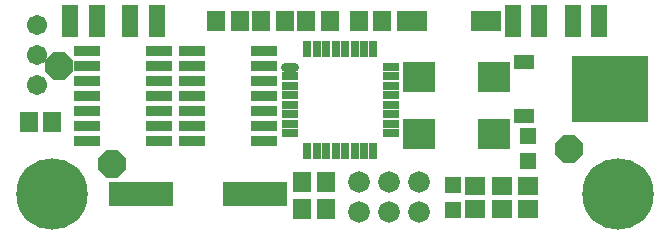
<source format=gts>
G04 EAGLE Gerber RS-274X export*
G75*
%MOMM*%
%FSLAX34Y34*%
%LPD*%
%INTop Soldermask*%
%IPPOS*%
%AMOC8*
5,1,8,0,0,1.08239X$1,22.5*%
G01*
%ADD10R,1.803200X1.503200*%
%ADD11R,2.803200X2.603200*%
%ADD12R,1.503200X1.803200*%
%ADD13C,0.753200*%
%ADD14R,1.473200X0.753200*%
%ADD15R,0.753200X1.473200*%
%ADD16R,6.403200X5.603200*%
%ADD17R,1.803200X1.203200*%
%ADD18R,2.235200X0.863600*%
%ADD19C,1.828800*%
%ADD20C,1.703200*%
%ADD21R,1.403200X1.403200*%
%ADD22R,5.537200X2.133600*%
%ADD23R,1.503200X1.703200*%
%ADD24R,1.703200X1.503200*%
%ADD25R,2.503200X1.803200*%
%ADD26R,1.473200X2.743200*%
%ADD27C,6.045200*%
%ADD28P,2.556822X8X22.500000*%


D10*
X415925Y21750D03*
X415925Y41750D03*
D11*
X409575Y133350D03*
X346075Y133350D03*
D12*
X267175Y44450D03*
X247175Y44450D03*
X267175Y22225D03*
X247175Y22225D03*
D11*
X409575Y85725D03*
X346075Y85725D03*
D12*
X250350Y180975D03*
X270350Y180975D03*
X212250Y180975D03*
X232250Y180975D03*
X194150Y180975D03*
X174150Y180975D03*
D13*
X232874Y142300D02*
X240074Y142300D01*
D14*
X236474Y134300D03*
X236474Y126300D03*
X236474Y118300D03*
X236474Y110300D03*
X236474Y102300D03*
X236474Y94300D03*
X236474Y86300D03*
D15*
X251400Y71374D03*
X259400Y71374D03*
X267400Y71374D03*
X275400Y71374D03*
X283400Y71374D03*
X291400Y71374D03*
X299400Y71374D03*
X307400Y71374D03*
D14*
X322326Y86300D03*
X322326Y94300D03*
X322326Y102300D03*
X322326Y110300D03*
X322326Y118300D03*
X322326Y126300D03*
X322326Y134300D03*
X322326Y142300D03*
D15*
X307400Y157226D03*
X299400Y157226D03*
X291400Y157226D03*
X283400Y157226D03*
X275400Y157226D03*
X267400Y157226D03*
X259400Y157226D03*
X251400Y157226D03*
D16*
X507600Y123825D03*
D17*
X434600Y146625D03*
X434600Y101025D03*
D18*
X64516Y155575D03*
X125984Y155575D03*
X64516Y142875D03*
X64516Y130175D03*
X125984Y142875D03*
X125984Y130175D03*
X64516Y117475D03*
X125984Y117475D03*
X64516Y104775D03*
X64516Y92075D03*
X125984Y104775D03*
X125984Y92075D03*
X64516Y79375D03*
X125984Y79375D03*
X153416Y155575D03*
X214884Y155575D03*
X153416Y142875D03*
X153416Y130175D03*
X214884Y142875D03*
X214884Y130175D03*
X153416Y117475D03*
X214884Y117475D03*
X153416Y104775D03*
X153416Y92075D03*
X214884Y104775D03*
X214884Y92075D03*
X153416Y79375D03*
X214884Y79375D03*
D19*
X320675Y44450D03*
X320675Y19050D03*
X346075Y19050D03*
X346075Y44450D03*
X295275Y44450D03*
X295275Y19050D03*
D20*
X22225Y127000D03*
X22225Y152400D03*
X22225Y177800D03*
D21*
X438150Y83525D03*
X438150Y62525D03*
X374650Y42250D03*
X374650Y21250D03*
D22*
X207010Y34925D03*
X110490Y34925D03*
D23*
X295300Y180975D03*
X314300Y180975D03*
X15900Y95250D03*
X34900Y95250D03*
D24*
X438150Y41250D03*
X438150Y22250D03*
X393700Y41250D03*
X393700Y22250D03*
D25*
X402975Y180975D03*
X339975Y180975D03*
D26*
X498475Y180975D03*
X476250Y180975D03*
X425450Y180975D03*
X447675Y180975D03*
X123825Y180975D03*
X101600Y180975D03*
X50800Y180975D03*
X73025Y180975D03*
D27*
X34925Y34925D03*
X514350Y34925D03*
D28*
X85725Y60325D03*
X41275Y142875D03*
X473075Y73025D03*
M02*

</source>
